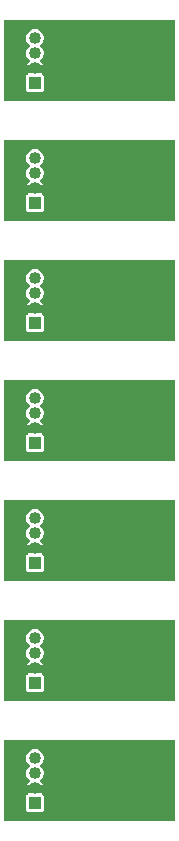
<source format=gbr>
G04 start of page 3 for group 1 idx 1 *
G04 Title: (unknown), bottom *
G04 Creator: pcb 4.0.2 *
G04 CreationDate: Wed Oct 14 23:14:01 2020 UTC *
G04 For: ndholmes *
G04 Format: Gerber/RS-274X *
G04 PCB-Dimensions (mil): 610.00 2710.00 *
G04 PCB-Coordinate-Origin: lower left *
%MOIN*%
%FSLAX25Y25*%
%LNBOTTOM*%
%ADD22C,0.0240*%
%ADD21C,0.0200*%
%ADD20C,0.0310*%
%ADD19C,0.0400*%
%ADD18C,0.0250*%
%ADD17C,0.0001*%
G54D17*G36*
X12195Y109000D02*X59000D01*
Y82000D01*
X12195D01*
Y85004D01*
X14357Y85009D01*
X14510Y85046D01*
X14655Y85106D01*
X14790Y85188D01*
X14909Y85291D01*
X15012Y85410D01*
X15094Y85545D01*
X15154Y85690D01*
X15191Y85843D01*
X15200Y86000D01*
X15191Y90157D01*
X15154Y90310D01*
X15094Y90455D01*
X15012Y90590D01*
X14909Y90709D01*
X14790Y90812D01*
X14655Y90894D01*
X14510Y90954D01*
X14417Y90976D01*
X14635Y91231D01*
X14881Y91634D01*
X15062Y92070D01*
X15172Y92529D01*
X15200Y93000D01*
X15172Y93471D01*
X15062Y93930D01*
X14881Y94366D01*
X14635Y94769D01*
X14328Y95128D01*
X13969Y95435D01*
X13862Y95500D01*
X13969Y95565D01*
X14328Y95872D01*
X14635Y96231D01*
X14881Y96634D01*
X15062Y97070D01*
X15172Y97529D01*
X15200Y98000D01*
X15172Y98471D01*
X15062Y98930D01*
X14881Y99366D01*
X14635Y99769D01*
X14328Y100128D01*
X13969Y100435D01*
X13862Y100500D01*
X13969Y100565D01*
X14328Y100872D01*
X14635Y101231D01*
X14881Y101634D01*
X15062Y102070D01*
X15172Y102529D01*
X15200Y103000D01*
X15172Y103471D01*
X15062Y103930D01*
X14881Y104366D01*
X14635Y104769D01*
X14328Y105128D01*
X13969Y105435D01*
X13566Y105681D01*
X13130Y105862D01*
X12671Y105972D01*
X12200Y106009D01*
X12195Y106009D01*
Y109000D01*
G37*
G36*
X2000D02*X12195D01*
Y106009D01*
X11729Y105972D01*
X11270Y105862D01*
X10834Y105681D01*
X10431Y105435D01*
X10072Y105128D01*
X9765Y104769D01*
X9519Y104366D01*
X9338Y103930D01*
X9228Y103471D01*
X9191Y103000D01*
X9228Y102529D01*
X9338Y102070D01*
X9519Y101634D01*
X9765Y101231D01*
X10072Y100872D01*
X10431Y100565D01*
X10538Y100500D01*
X10431Y100435D01*
X10072Y100128D01*
X9765Y99769D01*
X9519Y99366D01*
X9338Y98930D01*
X9228Y98471D01*
X9191Y98000D01*
X9228Y97529D01*
X9338Y97070D01*
X9519Y96634D01*
X9765Y96231D01*
X10072Y95872D01*
X10431Y95565D01*
X10538Y95500D01*
X10431Y95435D01*
X10072Y95128D01*
X9765Y94769D01*
X9519Y94366D01*
X9338Y93930D01*
X9228Y93471D01*
X9191Y93000D01*
X9228Y92529D01*
X9338Y92070D01*
X9519Y91634D01*
X9765Y91231D01*
X9983Y90976D01*
X9890Y90954D01*
X9745Y90894D01*
X9610Y90812D01*
X9491Y90709D01*
X9388Y90590D01*
X9306Y90455D01*
X9246Y90310D01*
X9209Y90157D01*
X9200Y90000D01*
X9209Y85843D01*
X9246Y85690D01*
X9306Y85545D01*
X9388Y85410D01*
X9491Y85291D01*
X9610Y85188D01*
X9745Y85106D01*
X9890Y85046D01*
X10043Y85009D01*
X10200Y85000D01*
X12195Y85004D01*
Y82000D01*
X2000D01*
Y109000D01*
G37*
G36*
X12195Y69000D02*X59000D01*
Y42000D01*
X12195D01*
Y45004D01*
X14357Y45009D01*
X14510Y45046D01*
X14655Y45106D01*
X14790Y45188D01*
X14909Y45291D01*
X15012Y45410D01*
X15094Y45545D01*
X15154Y45690D01*
X15191Y45843D01*
X15200Y46000D01*
X15191Y50157D01*
X15154Y50310D01*
X15094Y50455D01*
X15012Y50590D01*
X14909Y50709D01*
X14790Y50812D01*
X14655Y50894D01*
X14510Y50954D01*
X14417Y50976D01*
X14635Y51231D01*
X14881Y51634D01*
X15062Y52070D01*
X15172Y52529D01*
X15200Y53000D01*
X15172Y53471D01*
X15062Y53930D01*
X14881Y54366D01*
X14635Y54769D01*
X14328Y55128D01*
X13969Y55435D01*
X13862Y55500D01*
X13969Y55565D01*
X14328Y55872D01*
X14635Y56231D01*
X14881Y56634D01*
X15062Y57070D01*
X15172Y57529D01*
X15200Y58000D01*
X15172Y58471D01*
X15062Y58930D01*
X14881Y59366D01*
X14635Y59769D01*
X14328Y60128D01*
X13969Y60435D01*
X13862Y60500D01*
X13969Y60565D01*
X14328Y60872D01*
X14635Y61231D01*
X14881Y61634D01*
X15062Y62070D01*
X15172Y62529D01*
X15200Y63000D01*
X15172Y63471D01*
X15062Y63930D01*
X14881Y64366D01*
X14635Y64769D01*
X14328Y65128D01*
X13969Y65435D01*
X13566Y65681D01*
X13130Y65862D01*
X12671Y65972D01*
X12200Y66009D01*
X12195Y66009D01*
Y69000D01*
G37*
G36*
X2000D02*X12195D01*
Y66009D01*
X11729Y65972D01*
X11270Y65862D01*
X10834Y65681D01*
X10431Y65435D01*
X10072Y65128D01*
X9765Y64769D01*
X9519Y64366D01*
X9338Y63930D01*
X9228Y63471D01*
X9191Y63000D01*
X9228Y62529D01*
X9338Y62070D01*
X9519Y61634D01*
X9765Y61231D01*
X10072Y60872D01*
X10431Y60565D01*
X10538Y60500D01*
X10431Y60435D01*
X10072Y60128D01*
X9765Y59769D01*
X9519Y59366D01*
X9338Y58930D01*
X9228Y58471D01*
X9191Y58000D01*
X9228Y57529D01*
X9338Y57070D01*
X9519Y56634D01*
X9765Y56231D01*
X10072Y55872D01*
X10431Y55565D01*
X10538Y55500D01*
X10431Y55435D01*
X10072Y55128D01*
X9765Y54769D01*
X9519Y54366D01*
X9338Y53930D01*
X9228Y53471D01*
X9191Y53000D01*
X9228Y52529D01*
X9338Y52070D01*
X9519Y51634D01*
X9765Y51231D01*
X9983Y50976D01*
X9890Y50954D01*
X9745Y50894D01*
X9610Y50812D01*
X9491Y50709D01*
X9388Y50590D01*
X9306Y50455D01*
X9246Y50310D01*
X9209Y50157D01*
X9200Y50000D01*
X9209Y45843D01*
X9246Y45690D01*
X9306Y45545D01*
X9388Y45410D01*
X9491Y45291D01*
X9610Y45188D01*
X9745Y45106D01*
X9890Y45046D01*
X10043Y45009D01*
X10200Y45000D01*
X12195Y45004D01*
Y42000D01*
X2000D01*
Y69000D01*
G37*
G36*
X12195Y29000D02*X59000D01*
Y2000D01*
X12195D01*
Y5004D01*
X14357Y5009D01*
X14510Y5046D01*
X14655Y5106D01*
X14790Y5188D01*
X14909Y5291D01*
X15012Y5410D01*
X15094Y5545D01*
X15154Y5690D01*
X15191Y5843D01*
X15200Y6000D01*
X15191Y10157D01*
X15154Y10310D01*
X15094Y10455D01*
X15012Y10590D01*
X14909Y10709D01*
X14790Y10812D01*
X14655Y10894D01*
X14510Y10954D01*
X14417Y10976D01*
X14635Y11231D01*
X14881Y11634D01*
X15062Y12070D01*
X15172Y12529D01*
X15200Y13000D01*
X15172Y13471D01*
X15062Y13930D01*
X14881Y14366D01*
X14635Y14769D01*
X14328Y15128D01*
X13969Y15435D01*
X13862Y15500D01*
X13969Y15565D01*
X14328Y15872D01*
X14635Y16231D01*
X14881Y16634D01*
X15062Y17070D01*
X15172Y17529D01*
X15200Y18000D01*
X15172Y18471D01*
X15062Y18930D01*
X14881Y19366D01*
X14635Y19769D01*
X14328Y20128D01*
X13969Y20435D01*
X13862Y20500D01*
X13969Y20565D01*
X14328Y20872D01*
X14635Y21231D01*
X14881Y21634D01*
X15062Y22070D01*
X15172Y22529D01*
X15200Y23000D01*
X15172Y23471D01*
X15062Y23930D01*
X14881Y24366D01*
X14635Y24769D01*
X14328Y25128D01*
X13969Y25435D01*
X13566Y25681D01*
X13130Y25862D01*
X12671Y25972D01*
X12200Y26009D01*
X12195Y26009D01*
Y29000D01*
G37*
G36*
X2000D02*X12195D01*
Y26009D01*
X11729Y25972D01*
X11270Y25862D01*
X10834Y25681D01*
X10431Y25435D01*
X10072Y25128D01*
X9765Y24769D01*
X9519Y24366D01*
X9338Y23930D01*
X9228Y23471D01*
X9191Y23000D01*
X9228Y22529D01*
X9338Y22070D01*
X9519Y21634D01*
X9765Y21231D01*
X10072Y20872D01*
X10431Y20565D01*
X10538Y20500D01*
X10431Y20435D01*
X10072Y20128D01*
X9765Y19769D01*
X9519Y19366D01*
X9338Y18930D01*
X9228Y18471D01*
X9191Y18000D01*
X9228Y17529D01*
X9338Y17070D01*
X9519Y16634D01*
X9765Y16231D01*
X10072Y15872D01*
X10431Y15565D01*
X10538Y15500D01*
X10431Y15435D01*
X10072Y15128D01*
X9765Y14769D01*
X9519Y14366D01*
X9338Y13930D01*
X9228Y13471D01*
X9191Y13000D01*
X9228Y12529D01*
X9338Y12070D01*
X9519Y11634D01*
X9765Y11231D01*
X9983Y10976D01*
X9890Y10954D01*
X9745Y10894D01*
X9610Y10812D01*
X9491Y10709D01*
X9388Y10590D01*
X9306Y10455D01*
X9246Y10310D01*
X9209Y10157D01*
X9200Y10000D01*
X9209Y5843D01*
X9246Y5690D01*
X9306Y5545D01*
X9388Y5410D01*
X9491Y5291D01*
X9610Y5188D01*
X9745Y5106D01*
X9890Y5046D01*
X10043Y5009D01*
X10200Y5000D01*
X12195Y5004D01*
Y2000D01*
X2000D01*
Y29000D01*
G37*
G36*
X12195Y269000D02*X59000D01*
Y242000D01*
X12195D01*
Y245004D01*
X14357Y245009D01*
X14510Y245046D01*
X14655Y245106D01*
X14790Y245188D01*
X14909Y245291D01*
X15012Y245410D01*
X15094Y245545D01*
X15154Y245690D01*
X15191Y245843D01*
X15200Y246000D01*
X15191Y250157D01*
X15154Y250310D01*
X15094Y250455D01*
X15012Y250590D01*
X14909Y250709D01*
X14790Y250812D01*
X14655Y250894D01*
X14510Y250954D01*
X14417Y250976D01*
X14635Y251231D01*
X14881Y251634D01*
X15062Y252070D01*
X15172Y252529D01*
X15200Y253000D01*
X15172Y253471D01*
X15062Y253930D01*
X14881Y254366D01*
X14635Y254769D01*
X14328Y255128D01*
X13969Y255435D01*
X13862Y255500D01*
X13969Y255565D01*
X14328Y255872D01*
X14635Y256231D01*
X14881Y256634D01*
X15062Y257070D01*
X15172Y257529D01*
X15200Y258000D01*
X15172Y258471D01*
X15062Y258930D01*
X14881Y259366D01*
X14635Y259769D01*
X14328Y260128D01*
X13969Y260435D01*
X13862Y260500D01*
X13969Y260565D01*
X14328Y260872D01*
X14635Y261231D01*
X14881Y261634D01*
X15062Y262070D01*
X15172Y262529D01*
X15200Y263000D01*
X15172Y263471D01*
X15062Y263930D01*
X14881Y264366D01*
X14635Y264769D01*
X14328Y265128D01*
X13969Y265435D01*
X13566Y265681D01*
X13130Y265862D01*
X12671Y265972D01*
X12200Y266009D01*
X12195Y266009D01*
Y269000D01*
G37*
G36*
X2000D02*X12195D01*
Y266009D01*
X11729Y265972D01*
X11270Y265862D01*
X10834Y265681D01*
X10431Y265435D01*
X10072Y265128D01*
X9765Y264769D01*
X9519Y264366D01*
X9338Y263930D01*
X9228Y263471D01*
X9191Y263000D01*
X9228Y262529D01*
X9338Y262070D01*
X9519Y261634D01*
X9765Y261231D01*
X10072Y260872D01*
X10431Y260565D01*
X10538Y260500D01*
X10431Y260435D01*
X10072Y260128D01*
X9765Y259769D01*
X9519Y259366D01*
X9338Y258930D01*
X9228Y258471D01*
X9191Y258000D01*
X9228Y257529D01*
X9338Y257070D01*
X9519Y256634D01*
X9765Y256231D01*
X10072Y255872D01*
X10431Y255565D01*
X10538Y255500D01*
X10431Y255435D01*
X10072Y255128D01*
X9765Y254769D01*
X9519Y254366D01*
X9338Y253930D01*
X9228Y253471D01*
X9191Y253000D01*
X9228Y252529D01*
X9338Y252070D01*
X9519Y251634D01*
X9765Y251231D01*
X9983Y250976D01*
X9890Y250954D01*
X9745Y250894D01*
X9610Y250812D01*
X9491Y250709D01*
X9388Y250590D01*
X9306Y250455D01*
X9246Y250310D01*
X9209Y250157D01*
X9200Y250000D01*
X9209Y245843D01*
X9246Y245690D01*
X9306Y245545D01*
X9388Y245410D01*
X9491Y245291D01*
X9610Y245188D01*
X9745Y245106D01*
X9890Y245046D01*
X10043Y245009D01*
X10200Y245000D01*
X12195Y245004D01*
Y242000D01*
X2000D01*
Y269000D01*
G37*
G36*
X12195Y189000D02*X59000D01*
Y162000D01*
X12195D01*
Y165004D01*
X14357Y165009D01*
X14510Y165046D01*
X14655Y165106D01*
X14790Y165188D01*
X14909Y165291D01*
X15012Y165410D01*
X15094Y165545D01*
X15154Y165690D01*
X15191Y165843D01*
X15200Y166000D01*
X15191Y170157D01*
X15154Y170310D01*
X15094Y170455D01*
X15012Y170590D01*
X14909Y170709D01*
X14790Y170812D01*
X14655Y170894D01*
X14510Y170954D01*
X14417Y170976D01*
X14635Y171231D01*
X14881Y171634D01*
X15062Y172070D01*
X15172Y172529D01*
X15200Y173000D01*
X15172Y173471D01*
X15062Y173930D01*
X14881Y174366D01*
X14635Y174769D01*
X14328Y175128D01*
X13969Y175435D01*
X13862Y175500D01*
X13969Y175565D01*
X14328Y175872D01*
X14635Y176231D01*
X14881Y176634D01*
X15062Y177070D01*
X15172Y177529D01*
X15200Y178000D01*
X15172Y178471D01*
X15062Y178930D01*
X14881Y179366D01*
X14635Y179769D01*
X14328Y180128D01*
X13969Y180435D01*
X13862Y180500D01*
X13969Y180565D01*
X14328Y180872D01*
X14635Y181231D01*
X14881Y181634D01*
X15062Y182070D01*
X15172Y182529D01*
X15200Y183000D01*
X15172Y183471D01*
X15062Y183930D01*
X14881Y184366D01*
X14635Y184769D01*
X14328Y185128D01*
X13969Y185435D01*
X13566Y185681D01*
X13130Y185862D01*
X12671Y185972D01*
X12200Y186009D01*
X12195Y186009D01*
Y189000D01*
G37*
G36*
X2000D02*X12195D01*
Y186009D01*
X11729Y185972D01*
X11270Y185862D01*
X10834Y185681D01*
X10431Y185435D01*
X10072Y185128D01*
X9765Y184769D01*
X9519Y184366D01*
X9338Y183930D01*
X9228Y183471D01*
X9191Y183000D01*
X9228Y182529D01*
X9338Y182070D01*
X9519Y181634D01*
X9765Y181231D01*
X10072Y180872D01*
X10431Y180565D01*
X10538Y180500D01*
X10431Y180435D01*
X10072Y180128D01*
X9765Y179769D01*
X9519Y179366D01*
X9338Y178930D01*
X9228Y178471D01*
X9191Y178000D01*
X9228Y177529D01*
X9338Y177070D01*
X9519Y176634D01*
X9765Y176231D01*
X10072Y175872D01*
X10431Y175565D01*
X10538Y175500D01*
X10431Y175435D01*
X10072Y175128D01*
X9765Y174769D01*
X9519Y174366D01*
X9338Y173930D01*
X9228Y173471D01*
X9191Y173000D01*
X9228Y172529D01*
X9338Y172070D01*
X9519Y171634D01*
X9765Y171231D01*
X9983Y170976D01*
X9890Y170954D01*
X9745Y170894D01*
X9610Y170812D01*
X9491Y170709D01*
X9388Y170590D01*
X9306Y170455D01*
X9246Y170310D01*
X9209Y170157D01*
X9200Y170000D01*
X9209Y165843D01*
X9246Y165690D01*
X9306Y165545D01*
X9388Y165410D01*
X9491Y165291D01*
X9610Y165188D01*
X9745Y165106D01*
X9890Y165046D01*
X10043Y165009D01*
X10200Y165000D01*
X12195Y165004D01*
Y162000D01*
X2000D01*
Y189000D01*
G37*
G36*
X12195Y149000D02*X59000D01*
Y122000D01*
X12195D01*
Y125004D01*
X14357Y125009D01*
X14510Y125046D01*
X14655Y125106D01*
X14790Y125188D01*
X14909Y125291D01*
X15012Y125410D01*
X15094Y125545D01*
X15154Y125690D01*
X15191Y125843D01*
X15200Y126000D01*
X15191Y130157D01*
X15154Y130310D01*
X15094Y130455D01*
X15012Y130590D01*
X14909Y130709D01*
X14790Y130812D01*
X14655Y130894D01*
X14510Y130954D01*
X14417Y130976D01*
X14635Y131231D01*
X14881Y131634D01*
X15062Y132070D01*
X15172Y132529D01*
X15200Y133000D01*
X15172Y133471D01*
X15062Y133930D01*
X14881Y134366D01*
X14635Y134769D01*
X14328Y135128D01*
X13969Y135435D01*
X13862Y135500D01*
X13969Y135565D01*
X14328Y135872D01*
X14635Y136231D01*
X14881Y136634D01*
X15062Y137070D01*
X15172Y137529D01*
X15200Y138000D01*
X15172Y138471D01*
X15062Y138930D01*
X14881Y139366D01*
X14635Y139769D01*
X14328Y140128D01*
X13969Y140435D01*
X13862Y140500D01*
X13969Y140565D01*
X14328Y140872D01*
X14635Y141231D01*
X14881Y141634D01*
X15062Y142070D01*
X15172Y142529D01*
X15200Y143000D01*
X15172Y143471D01*
X15062Y143930D01*
X14881Y144366D01*
X14635Y144769D01*
X14328Y145128D01*
X13969Y145435D01*
X13566Y145681D01*
X13130Y145862D01*
X12671Y145972D01*
X12200Y146009D01*
X12195Y146009D01*
Y149000D01*
G37*
G36*
X2000D02*X12195D01*
Y146009D01*
X11729Y145972D01*
X11270Y145862D01*
X10834Y145681D01*
X10431Y145435D01*
X10072Y145128D01*
X9765Y144769D01*
X9519Y144366D01*
X9338Y143930D01*
X9228Y143471D01*
X9191Y143000D01*
X9228Y142529D01*
X9338Y142070D01*
X9519Y141634D01*
X9765Y141231D01*
X10072Y140872D01*
X10431Y140565D01*
X10538Y140500D01*
X10431Y140435D01*
X10072Y140128D01*
X9765Y139769D01*
X9519Y139366D01*
X9338Y138930D01*
X9228Y138471D01*
X9191Y138000D01*
X9228Y137529D01*
X9338Y137070D01*
X9519Y136634D01*
X9765Y136231D01*
X10072Y135872D01*
X10431Y135565D01*
X10538Y135500D01*
X10431Y135435D01*
X10072Y135128D01*
X9765Y134769D01*
X9519Y134366D01*
X9338Y133930D01*
X9228Y133471D01*
X9191Y133000D01*
X9228Y132529D01*
X9338Y132070D01*
X9519Y131634D01*
X9765Y131231D01*
X9983Y130976D01*
X9890Y130954D01*
X9745Y130894D01*
X9610Y130812D01*
X9491Y130709D01*
X9388Y130590D01*
X9306Y130455D01*
X9246Y130310D01*
X9209Y130157D01*
X9200Y130000D01*
X9209Y125843D01*
X9246Y125690D01*
X9306Y125545D01*
X9388Y125410D01*
X9491Y125291D01*
X9610Y125188D01*
X9745Y125106D01*
X9890Y125046D01*
X10043Y125009D01*
X10200Y125000D01*
X12195Y125004D01*
Y122000D01*
X2000D01*
Y149000D01*
G37*
G36*
X12195Y229000D02*X59000D01*
Y202000D01*
X12195D01*
Y205004D01*
X14357Y205009D01*
X14510Y205046D01*
X14655Y205106D01*
X14790Y205188D01*
X14909Y205291D01*
X15012Y205410D01*
X15094Y205545D01*
X15154Y205690D01*
X15191Y205843D01*
X15200Y206000D01*
X15191Y210157D01*
X15154Y210310D01*
X15094Y210455D01*
X15012Y210590D01*
X14909Y210709D01*
X14790Y210812D01*
X14655Y210894D01*
X14510Y210954D01*
X14417Y210976D01*
X14635Y211231D01*
X14881Y211634D01*
X15062Y212070D01*
X15172Y212529D01*
X15200Y213000D01*
X15172Y213471D01*
X15062Y213930D01*
X14881Y214366D01*
X14635Y214769D01*
X14328Y215128D01*
X13969Y215435D01*
X13862Y215500D01*
X13969Y215565D01*
X14328Y215872D01*
X14635Y216231D01*
X14881Y216634D01*
X15062Y217070D01*
X15172Y217529D01*
X15200Y218000D01*
X15172Y218471D01*
X15062Y218930D01*
X14881Y219366D01*
X14635Y219769D01*
X14328Y220128D01*
X13969Y220435D01*
X13862Y220500D01*
X13969Y220565D01*
X14328Y220872D01*
X14635Y221231D01*
X14881Y221634D01*
X15062Y222070D01*
X15172Y222529D01*
X15200Y223000D01*
X15172Y223471D01*
X15062Y223930D01*
X14881Y224366D01*
X14635Y224769D01*
X14328Y225128D01*
X13969Y225435D01*
X13566Y225681D01*
X13130Y225862D01*
X12671Y225972D01*
X12200Y226009D01*
X12195Y226009D01*
Y229000D01*
G37*
G36*
X2000D02*X12195D01*
Y226009D01*
X11729Y225972D01*
X11270Y225862D01*
X10834Y225681D01*
X10431Y225435D01*
X10072Y225128D01*
X9765Y224769D01*
X9519Y224366D01*
X9338Y223930D01*
X9228Y223471D01*
X9191Y223000D01*
X9228Y222529D01*
X9338Y222070D01*
X9519Y221634D01*
X9765Y221231D01*
X10072Y220872D01*
X10431Y220565D01*
X10538Y220500D01*
X10431Y220435D01*
X10072Y220128D01*
X9765Y219769D01*
X9519Y219366D01*
X9338Y218930D01*
X9228Y218471D01*
X9191Y218000D01*
X9228Y217529D01*
X9338Y217070D01*
X9519Y216634D01*
X9765Y216231D01*
X10072Y215872D01*
X10431Y215565D01*
X10538Y215500D01*
X10431Y215435D01*
X10072Y215128D01*
X9765Y214769D01*
X9519Y214366D01*
X9338Y213930D01*
X9228Y213471D01*
X9191Y213000D01*
X9228Y212529D01*
X9338Y212070D01*
X9519Y211634D01*
X9765Y211231D01*
X9983Y210976D01*
X9890Y210954D01*
X9745Y210894D01*
X9610Y210812D01*
X9491Y210709D01*
X9388Y210590D01*
X9306Y210455D01*
X9246Y210310D01*
X9209Y210157D01*
X9200Y210000D01*
X9209Y205843D01*
X9246Y205690D01*
X9306Y205545D01*
X9388Y205410D01*
X9491Y205291D01*
X9610Y205188D01*
X9745Y205106D01*
X9890Y205046D01*
X10043Y205009D01*
X10200Y205000D01*
X12195Y205004D01*
Y202000D01*
X2000D01*
Y229000D01*
G37*
G54D18*X6100Y252800D02*X16500D01*
X6100Y172800D02*X16500D01*
X6100Y132800D02*X16500D01*
X6100Y212800D02*X16500D01*
X6100Y92800D02*X16500D01*
X6100Y52800D02*X16500D01*
X6100Y12800D02*X16500D01*
G54D17*G36*
X10200Y130000D02*Y126000D01*
X14200D01*
Y130000D01*
X10200D01*
G37*
G36*
Y90000D02*Y86000D01*
X14200D01*
Y90000D01*
X10200D01*
G37*
G54D19*X12200Y93000D03*
Y98000D03*
Y103000D03*
Y133000D03*
Y138000D03*
Y143000D03*
G54D17*G36*
X10200Y50000D02*Y46000D01*
X14200D01*
Y50000D01*
X10200D01*
G37*
G54D19*X12200Y53000D03*
G54D17*G36*
X10200Y10000D02*Y6000D01*
X14200D01*
Y10000D01*
X10200D01*
G37*
G54D19*X12200Y13000D03*
Y18000D03*
Y23000D03*
Y58000D03*
Y63000D03*
G54D17*G36*
X10200Y170000D02*Y166000D01*
X14200D01*
Y170000D01*
X10200D01*
G37*
G54D19*X12200Y173000D03*
Y178000D03*
G54D17*G36*
X10200Y250000D02*Y246000D01*
X14200D01*
Y250000D01*
X10200D01*
G37*
G54D19*X12200Y253000D03*
Y258000D03*
Y263000D03*
Y183000D03*
G54D17*G36*
X10200Y210000D02*Y206000D01*
X14200D01*
Y210000D01*
X10200D01*
G37*
G54D19*X12200Y213000D03*
Y218000D03*
Y223000D03*
X40500Y165000D03*
X46000D03*
X40500Y125000D03*
X46000D03*
X40500Y245000D03*
X46000D03*
X40500Y205000D03*
X46000D03*
X40500Y85000D03*
X46000D03*
X40500Y45000D03*
X46000D03*
X40500Y5000D03*
X46000D03*
G54D20*G54D21*G54D20*G54D21*G54D20*G54D21*G54D20*G54D21*G54D20*G54D21*G54D20*G54D21*G54D22*M02*

</source>
